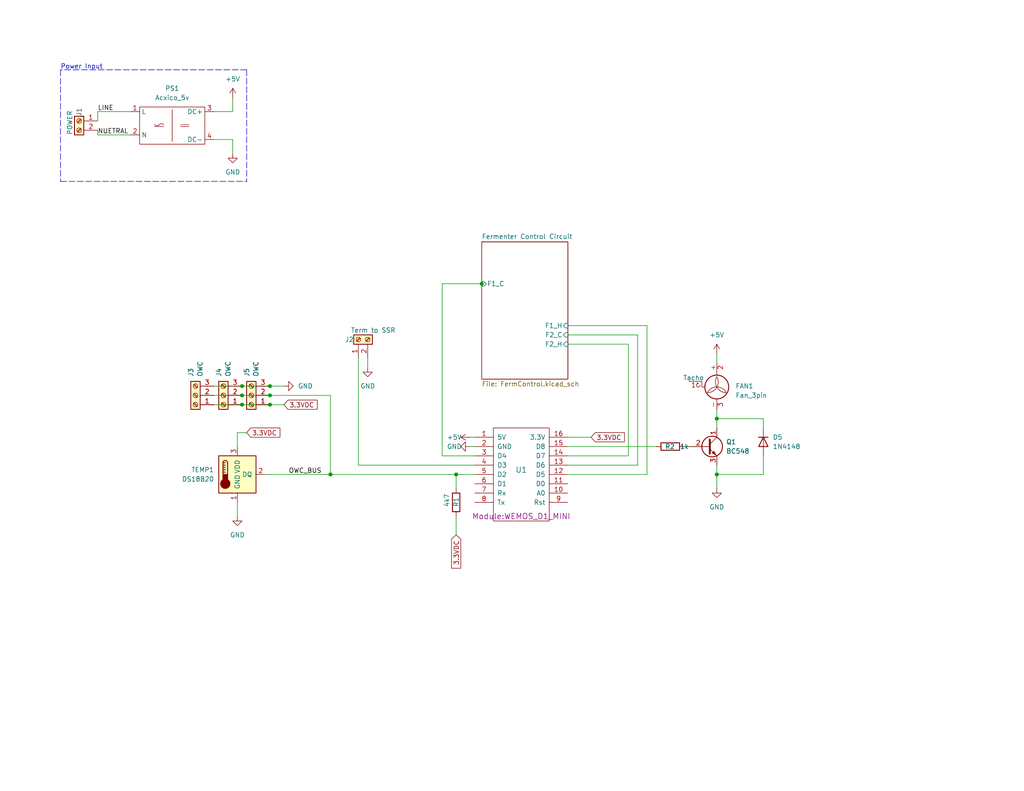
<source format=kicad_sch>
(kicad_sch (version 20211123) (generator eeschema)
  (paper "USLetter")
  (title_block (title "Glycol/Fermenter Control Circuit") (date "2023-01-31") (rev "1.0"))
  (lib_symbols
    (symbol "Connector:Screw_Terminal_01x02" (pin_names (offset 1.016) hide)
      (property "Reference" "J" (at 0 2.54 0))
      (property "Value" "Screw_Terminal_01x02" (at 0 -5.08 0))
      (symbol "Screw_Terminal_01x02_1_1"
        (rectangle (start -1.27 1.27) (end 1.27 -3.81) (stroke (width 0.254)) (fill (type background)))
        (circle (center 0 -2.54) (radius 0.635) (stroke (width 0.1524)))
        (polyline (pts (xy -0.5334 -2.2098) (xy 0.3302 -3.048)) (stroke (width 0.1524)))
        (polyline (pts (xy -0.5334 0.3302) (xy 0.3302 -0.508)) (stroke (width 0.1524)))
        (polyline (pts (xy -0.3556 -2.032) (xy 0.508 -2.8702)) (stroke (width 0.1524)))
        (polyline (pts (xy -0.3556 0.508) (xy 0.508 -0.3302)) (stroke (width 0.1524)))
        (circle (center 0 0) (radius 0.635) (stroke (width 0.1524)))
        (pin passive line (at -5.08 0 0) (length 3.81) (name "Pin_1") (number "1"))
        (pin passive line (at -5.08 -2.54 0) (length 3.81) (name "Pin_2") (number "2"))
      )
    )
    (symbol "Connector:Screw_Terminal_01x03" (pin_names (offset 1.016) hide)
      (property "Reference" "J" (at 0 5.08 0))
      (property "Value" "Screw_Terminal_01x03" (at 0 -5.08 0))
      (symbol "Screw_Terminal_01x03_1_1"
        (rectangle (start -1.27 3.81) (end 1.27 -3.81) (stroke (width 0.254)) (fill (type background)))
        (circle (center 0 -2.54) (radius 0.635) (stroke (width 0.1524)))
        (polyline (pts (xy -0.5334 -2.2098) (xy 0.3302 -3.048)) (stroke (width 0.1524)))
        (polyline (pts (xy -0.5334 0.3302) (xy 0.3302 -0.508)) (stroke (width 0.1524)))
        (polyline (pts (xy -0.5334 2.8702) (xy 0.3302 2.032)) (stroke (width 0.1524)))
        (polyline (pts (xy -0.3556 -2.032) (xy 0.508 -2.8702)) (stroke (width 0.1524)))
        (polyline (pts (xy -0.3556 0.508) (xy 0.508 -0.3302)) (stroke (width 0.1524)))
        (polyline (pts (xy -0.3556 3.048) (xy 0.508 2.2098)) (stroke (width 0.1524)))
        (circle (center 0 0) (radius 0.635) (stroke (width 0.1524)))
        (circle (center 0 2.54) (radius 0.635) (stroke (width 0.1524)))
        (pin passive line (at -5.08 2.54 0) (length 3.81) (name "Pin_1") (number "1"))
        (pin passive line (at -5.08 0 0) (length 3.81) (name "Pin_2") (number "2"))
        (pin passive line (at -5.08 -2.54 0) (length 3.81) (name "Pin_3") (number "3"))
      )
    )
    (symbol "Converter_ACDC:Acxico_5v"
      (property "Reference" "PS" (at 0 6.35 0))
      (property "Value" "Acxico_5v" (at 0 -6.35 0))
      (symbol "Acxico_5v_0_1"
        (rectangle (start -8.89 5.08) (end 8.89 -5.08))
        (arc (start -4.826 0.254) (mid -4.191 -0.0089) (end -3.556 0.254))
        (arc (start -2.286 0.254) (mid -2.921 0.516) (end -3.556 0.254))
        (polyline (pts (xy -4.826 -0.254) (xy -2.286 -0.254)))
        (polyline (pts (xy 0 4.318) (xy 0 -4.318)))
        (polyline (pts (xy 2.286 -0.254) (xy 4.572 -0.254)))
        (polyline (pts (xy 2.286 0.254) (xy 2.54 0.254)))
        (polyline (pts (xy 2.794 0.254) (xy 3.048 0.254)))
        (polyline (pts (xy 3.302 0.254) (xy 3.556 0.254)))
        (polyline (pts (xy 3.81 0.254) (xy 4.064 0.254)))
        (polyline (pts (xy 4.318 0.254) (xy 4.572 0.254)))
      )
      (symbol "Acxico_5v_1_1"
        (pin input line (at -11.43 3.81 0) (length 2.54) (name "L") (number "1"))
        (pin input line (at -11.43 -2.54 0) (length 2.54) (name "N") (number "2"))
        (pin output line (at 11.43 3.81 180) (length 2.54) (name "DC+") (number "3"))
        (pin output line (at 11.43 -3.81 180) (length 2.54) (name "DC-") (number "4"))
      )
    )
    (symbol "Device:R" (pin_numbers hide) (pin_names (offset 0))
      (property "Reference" "R" (at 2.032 0 90))
      (property "Value" "R" (at 0 0 90))
      (symbol "R_0_1"
        (rectangle (start -1.016 -2.54) (end 1.016 2.54) (stroke (width 0.254)))
      )
      (symbol "R_1_1"
        (pin passive line (at 0 3.81 270) (length 1.27) (name "~") (number "1"))
        (pin passive line (at 0 -3.81 90) (length 1.27) (name "~") (number "2"))
      )
    )
    (symbol "Diode:1N4148" (pin_numbers hide) (pin_names hide)
      (property "Reference" "D" (at 0 2.54 0))
      (property "Value" "1N4148" (at 0 -2.54 0))
      (symbol "1N4148_0_1"
        (polyline (pts (xy -1.27 1.27) (xy -1.27 -1.27)) (stroke (width 0.254)))
        (polyline (pts (xy 1.27 0) (xy -1.27 0)))
        (polyline (pts (xy 1.27 1.27) (xy 1.27 -1.27) (xy -1.27 0) (xy 1.27 1.27)) (stroke (width 0.254)))
      )
      (symbol "1N4148_1_1"
        (pin passive line (at -3.81 0 0) (length 2.54) (name "K") (number "1"))
        (pin passive line (at 3.81 0 180) (length 2.54) (name "A") (number "2"))
      )
    )
    (symbol "Glycol_Chiller-rescue:WeMos_mini-wemos_mini" (pin_names (offset 1.016))
      (property "Reference" "U" (at 0 12.7 0))
      (property "Value" "WeMos_mini-wemos_mini" (at 0 -12.7 0))
      (symbol "WeMos_mini-wemos_mini_0_1"
        (rectangle (start -7.62 11.43) (end 7.62 -13.97))
      )
      (symbol "WeMos_mini-wemos_mini_1_1"
        (pin power_in line (at -12.7 8.89 0) (length 5.08) (name "5V") (number "1"))
        (pin bidirectional line (at 12.7 -6.35 180) (length 5.08) (name "A0") (number "10"))
        (pin bidirectional line (at 12.7 -3.81 180) (length 5.08) (name "D0") (number "11"))
        (pin bidirectional line (at 12.7 -1.27 180) (length 5.08) (name "D5") (number "12"))
        (pin bidirectional line (at 12.7 1.27 180) (length 5.08) (name "D6") (number "13"))
        (pin bidirectional line (at 12.7 3.81 180) (length 5.08) (name "D7") (number "14"))
        (pin bidirectional line (at 12.7 6.35 180) (length 5.08) (name "D8") (number "15"))
        (pin power_out line (at 12.7 8.89 180) (length 5.08) (name "3.3V") (number "16"))
        (pin power_in line (at -12.7 6.35 0) (length 5.08) (name "GND") (number "2"))
        (pin bidirectional line (at -12.7 3.81 0) (length 5.08) (name "D4") (number "3"))
        (pin bidirectional line (at -12.7 1.27 0) (length 5.08) (name "D3") (number "4"))
        (pin bidirectional line (at -12.7 -1.27 0) (length 5.08) (name "D2") (number "5"))
        (pin bidirectional line (at -12.7 -3.81 0) (length 5.08) (name "D1") (number "6"))
        (pin bidirectional line (at -12.7 -6.35 0) (length 5.08) (name "Rx") (number "7"))
        (pin bidirectional line (at -12.7 -8.89 0) (length 5.08) (name "Tx") (number "8"))
        (pin bidirectional line (at 12.7 -8.89 180) (length 5.08) (name "Rst") (number "9"))
      )
    )
    (symbol "Motor:Fan_3pin" (pin_names (offset 0))
      (property "Reference" "M" (at 2.54 2.54 0))
      (property "Value" "Fan_3pin" (at 2.54 -5.08 0))
      (symbol "Fan_3pin_0_0"
        (arc (start -5.588 -1.016) (mid -5.08 -1.524) (end -4.572 -1.016))
        (arc (start -5.08 -0.508) (mid -5.4392 -0.6568) (end -5.588 -1.016))
        (polyline (pts (xy -5.08 -0.508) (xy -5.334 -0.381)))
        (polyline (pts (xy -5.08 -0.508) (xy -5.207 -0.762)))
        (polyline (pts (xy -4.064 0) (xy -4.064 -1.524) (xy -3.302 -1.524)))
      )
      (symbol "Fan_3pin_0_1"
        (arc (start -2.54 -3.048) (mid 0.0028 -1.6279) (end 0 1.27))
        (circle (center 0 -1.524) (radius 3.2512) (stroke (width 0.254)))
        (polyline (pts (xy -4.064 0) (xy -5.08 0)))
        (polyline (pts (xy 0 -7.62) (xy 0 -7.112)))
        (polyline (pts (xy 0 -4.7752) (xy 0 -5.1816)))
        (polyline (pts (xy 0 1.7272) (xy 0 2.0828)))
        (polyline (pts (xy 0 2.032) (xy 0 2.54)))
        (arc (start 0 1.27) (mid 0.053 -1.619) (end 2.54 -3.048))
        (arc (start 2.54 -3.048) (mid 0 -1.4782) (end -2.54 -3.048))
      )
      (symbol "Fan_3pin_1_1"
        (pin passive line (at -7.62 0 0) (length 2.54) (name "Tacho") (number "1"))
        (pin passive line (at 0 5.08 270) (length 2.54) (name "+") (number "2"))
        (pin passive line (at 0 -7.62 90) (length 2.54) (name "-") (number "3"))
      )
    )
    (symbol "Sensor_Temperature:DS18B20" (pin_names (offset 1.016))
      (property "Reference" "U" (at -3.81 6.35 0))
      (property "Value" "DS18B20" (at 6.35 6.35 0))
      (symbol "DS18B20_0_1"
        (rectangle (start -5.08 5.08) (end 5.08 -5.08) (stroke (width 0.254)) (fill (type background)))
        (circle (center -3.302 -2.54) (radius 1.27) (stroke (width 0.254)) (fill (type outline)))
        (rectangle (start -2.667 -1.905) (end -3.937 0) (stroke (width 0.254)) (fill (type outline)))
        (arc (start -2.667 3.175) (mid -3.302 3.81) (end -3.937 3.175) (stroke (width 0.254)))
        (polyline (pts (xy -3.937 0.635) (xy -3.302 0.635)) (stroke (width 0.254)))
        (polyline (pts (xy -3.937 1.27) (xy -3.302 1.27)) (stroke (width 0.254)))
        (polyline (pts (xy -3.937 1.905) (xy -3.302 1.905)) (stroke (width 0.254)))
        (polyline (pts (xy -3.937 2.54) (xy -3.302 2.54)) (stroke (width 0.254)))
        (polyline (pts (xy -3.937 3.175) (xy -3.937 0)) (stroke (width 0.254)))
        (polyline (pts (xy -3.937 3.175) (xy -3.302 3.175)) (stroke (width 0.254)))
        (polyline (pts (xy -2.667 3.175) (xy -2.667 0)) (stroke (width 0.254)))
      )
      (symbol "DS18B20_1_1"
        (pin power_in line (at 0 -7.62 90) (length 2.54) (name "GND") (number "1"))
        (pin bidirectional line (at 7.62 0 180) (length 2.54) (name "DQ") (number "2"))
        (pin power_in line (at 0 7.62 270) (length 2.54) (name "VDD") (number "3"))
      )
    )
    (symbol "Transistor_BJT:BC548" (pin_names (offset 0) hide)
      (property "Reference" "Q" (at 5.08 1.905 0))
      (property "Value" "BC548" (at 5.08 0 0))
      (symbol "BC548_0_1"
        (polyline (pts (xy 0 0) (xy 0.635 0)))
        (polyline (pts (xy 0.635 0.635) (xy 2.54 2.54)))
        (polyline (pts (xy 0.635 -0.635) (xy 2.54 -2.54) (xy 2.54 -2.54)))
        (polyline (pts (xy 0.635 1.905) (xy 0.635 -1.905) (xy 0.635 -1.905)) (stroke (width 0.508)))
        (polyline (pts (xy 1.27 -1.778) (xy 1.778 -1.27) (xy 2.286 -2.286) (xy 1.27 -1.778) (xy 1.27 -1.778)) (fill (type outline)))
        (circle (center 1.27 0) (radius 2.8194) (stroke (width 0.254)))
      )
      (symbol "BC548_1_1"
        (pin passive line (at 2.54 5.08 270) (length 2.54) (name "C") (number "1"))
        (pin input line (at -5.08 0 0) (length 5.08) (name "B") (number "2"))
        (pin passive line (at 2.54 -5.08 90) (length 2.54) (name "E") (number "3"))
      )
    )
    (symbol "power:+5V" (power) (pin_names (offset 0))
      (property "Value" "+5V" (at 0 3.556 0))
      (symbol "+5V_0_1"
        (polyline (pts (xy -0.762 1.27) (xy 0 2.54)))
        (polyline (pts (xy 0 0) (xy 0 2.54)))
        (polyline (pts (xy 0 2.54) (xy 0.762 1.27)))
      )
      (symbol "+5V_1_1"
        (pin power_in line (at 0 0 90) (length 0) hide (name "+5V") (number "1"))
      )
    )
    (symbol "power:GND" (power) (pin_names (offset 0))
      (property "Value" "GND" (at 0 -3.81 0))
      (symbol "GND_0_1"
        (polyline (pts (xy 0 0) (xy 0 -1.27) (xy 1.27 -1.27) (xy 0 -2.54) (xy -1.27 -1.27) (xy 0 -1.27)))
      )
      (symbol "GND_1_1"
        (pin power_in line (at 0 0 270) (length 0) hide (name "GND") (number "1"))
      )
    )
  )
  (junction (at 195.58 114.3))
  (junction (at 124.46 129.54))
  (junction (at 73.66 110.49))
  (junction (at 66.04 105.41))
  (junction (at 66.04 110.49))
  (junction (at 73.66 105.41))
  (junction (at 73.66 107.95))
  (junction (at 195.58 129.54))
  (junction (at 131.445 77.47))
  (junction (at 66.04 107.95))
  (junction (at 90.17 129.54))
  (wire (pts (xy 66.04 110.49) (xy 73.66 110.49)))
  (wire (pts (xy 72.39 129.54) (xy 90.17 129.54)))
  (wire (pts (xy 90.17 129.54) (xy 124.46 129.54)))
  (wire (pts (xy 97.79 97.79) (xy 97.79 127)))
  (wire (pts (xy 26.67 35.56) (xy 26.67 36.83)))
  (polyline (pts (xy 67.31 19.05) (xy 16.51 19.05)))
  (wire (pts (xy 173.99 91.44) (xy 154.94 91.44)))
  (wire (pts (xy 100.33 97.79) (xy 100.33 100.33)))
  (wire (pts (xy 154.94 88.9) (xy 176.53 88.9)))
  (wire (pts (xy 66.04 107.95) (xy 73.66 107.95)))
  (wire (pts (xy 26.67 36.83) (xy 35.56 36.83)))
  (polyline (pts (xy 67.31 19.05) (xy 67.31 49.53)))
  (wire (pts (xy 154.94 121.92) (xy 179.07 121.92)))
  (wire (pts (xy 154.94 127) (xy 173.99 127)))
  (wire (pts (xy 58.42 38.1) (xy 63.5 38.1)))
  (wire (pts (xy 128.27 121.92) (xy 129.54 121.92)))
  (wire (pts (xy 124.46 140.97) (xy 124.46 146.05)))
  (wire (pts (xy 195.58 114.3) (xy 195.58 116.84)))
  (wire (pts (xy 208.28 114.3) (xy 208.28 116.84)))
  (wire (pts (xy 97.79 127) (xy 129.54 127)))
  (wire (pts (xy 128.27 119.38) (xy 129.54 119.38)))
  (wire (pts (xy 195.58 96.52) (xy 195.58 99.06)))
  (wire (pts (xy 195.58 129.54) (xy 195.58 133.35)))
  (wire (pts (xy 124.46 129.54) (xy 129.54 129.54)))
  (wire (pts (xy 58.42 105.41) (xy 66.04 105.41)))
  (wire (pts (xy 171.45 124.46) (xy 171.45 93.98)))
  (wire (pts (xy 120.65 77.47) (xy 131.445 77.47)))
  (wire (pts (xy 64.77 121.92) (xy 64.77 118.11)))
  (wire (pts (xy 195.58 114.3) (xy 208.28 114.3)))
  (wire (pts (xy 73.66 105.41) (xy 77.47 105.41)))
  (wire (pts (xy 63.5 26.67) (xy 63.5 30.48)))
  (wire (pts (xy 66.04 105.41) (xy 73.66 105.41)))
  (wire (pts (xy 208.28 129.54) (xy 208.28 124.46)))
  (wire (pts (xy 173.99 127) (xy 173.99 91.44)))
  (wire (pts (xy 73.66 110.49) (xy 77.47 110.49)))
  (wire (pts (xy 26.67 33.02) (xy 26.67 30.48)))
  (wire (pts (xy 176.53 88.9) (xy 176.53 129.54)))
  (polyline (pts (xy 16.51 19.05) (xy 16.51 49.53)))
  (wire (pts (xy 154.94 93.98) (xy 171.45 93.98)))
  (wire (pts (xy 131.445 77.47) (xy 132.08 77.47)))
  (polyline (pts (xy 16.51 49.53) (xy 67.31 49.53)))
  (wire (pts (xy 63.5 38.1) (xy 63.5 41.91)))
  (wire (pts (xy 154.94 129.54) (xy 176.53 129.54)))
  (wire (pts (xy 90.17 107.95) (xy 90.17 129.54)))
  (wire (pts (xy 120.65 124.46) (xy 120.65 77.47)))
  (wire (pts (xy 154.94 119.38) (xy 161.29 119.38)))
  (wire (pts (xy 129.54 124.46) (xy 120.65 124.46)))
  (wire (pts (xy 26.67 30.48) (xy 35.56 30.48)))
  (wire (pts (xy 73.66 107.95) (xy 90.17 107.95)))
  (wire (pts (xy 154.94 124.46) (xy 171.45 124.46)))
  (wire (pts (xy 186.69 121.92) (xy 187.96 121.92)))
  (wire (pts (xy 195.58 111.76) (xy 195.58 114.3)))
  (wire (pts (xy 58.42 30.48) (xy 63.5 30.48)))
  (wire (pts (xy 195.58 127) (xy 195.58 129.54)))
  (wire (pts (xy 124.46 133.35) (xy 124.46 129.54)))
  (wire (pts (xy 58.42 110.49) (xy 66.04 110.49)))
  (wire (pts (xy 195.58 129.54) (xy 208.28 129.54)))
  (wire (pts (xy 64.77 137.16) (xy 64.77 140.97)))
  (wire (pts (xy 58.42 107.95) (xy 66.04 107.95)))
  (wire (pts (xy 64.77 118.11) (xy 67.31 118.11)))
  (text "Power Input" (at 16.51 19.05 0) (effects (font (size 1.27 1.27)) (justify left bottom)))
  (label "OWC_BUS" (at 78.74 129.54 0))
  (label "NUETRAL" (at 26.67 36.83 0))
  (label "LINE" (at 26.67 30.48 0))
  (global_label "3.3VDC" (shape input) (at 67.31 118.11 0) (property "Intersheet References" "${INTERSHEET_REFS}" (effects hide)))
  (global_label "3.3VDC" (shape input) (at 161.29 119.38 0) (property "Intersheet References" "${INTERSHEET_REFS}" (effects hide)))
  (global_label "3.3VDC" (shape input) (at 77.47 110.49 0) (property "Intersheet References" "${INTERSHEET_REFS}" (effects hide)))
  (global_label "3.3VDC" (shape input) (at 124.46 146.05 270) (property "Intersheet References" "${INTERSHEET_REFS}" (effects hide)))
  (symbol (lib_id "Glycol_Chiller-rescue:WeMos_mini-wemos_mini") (at 142.24 128.27 0) (unit 1)
    (property "Reference" "U1" (at 142.24 128.27 0) (effects (font (size 1.524 1.524))))
    (property "Value" "WeMos_mini" (effects hide))
    (property "Footprint" "Module:WEMOS_D1_MINI" (at 142.24 140.97 0) (effects (font (size 1.524 1.524))))
    (property "Datasheet" "http://www.wemos.cc/Products/d1_mini.html" (effects hide))
  )
  (symbol (lib_id "Connector:Screw_Terminal_01x02") (at 97.79 92.71 90) (unit 1)
    (property "Reference" "J2" (at 96.52 92.71 90) (effects (justify left)))
    (property "Value" "Term to SSR" (at 107.95 90.17 90) (effects (justify left)))
    (property "Footprint" "TerminalBlock:TerminalBlock_Altech_AK300-2_P5.00mm" (effects hide))
  )
  (symbol (lib_id "power:GND") (at 100.33 100.33 0) (unit 1)
    (property "Reference" "#PWR0105" (effects hide))
    (property "Value" "GND" (at 100.33 105.41 0))
  )
  (symbol (lib_id "Connector:Screw_Terminal_01x03") (at 68.58 107.95 180) (unit 1)
    (property "Reference" "J5" (at 67.3099 102.87 90) (effects (justify right)))
    (property "Value" "OWC" (at 69.8499 102.87 90) (effects (justify right)))
    (property "Footprint" "Connector_JST:JST_XH_B3B-XH-AM_1x03_P2.50mm_Vertical" (effects hide))
  )
  (symbol (lib_id "Connector:Screw_Terminal_01x02") (at 21.59 33.02 0) (mirror y) (unit 1)
    (property "Reference" "J1" (at 21.59 31.75 90) (effects (justify left)))
    (property "Value" "POWER" (at 19.05 36.83 90) (effects (justify left)))
    (property "Footprint" "TerminalBlock:TerminalBlock_Altech_AK300-2_P5.00mm" (effects hide))
  )
  (symbol (lib_id "Diode:1N4148") (at 208.28 120.65 270) (unit 1)
    (property "Reference" "D5" (at 210.82 119.3799 90) (effects (justify left)))
    (property "Value" "1N4148" (at 210.82 121.9199 90) (effects (justify left)))
    (property "Footprint" "Diode_SMD:D_SOD-323F" (effects hide))
    (property "Datasheet" "https://assets.nexperia.com/documents/data-sheet/1N4148_1N4448.pdf" (effects hide))
  )
  (symbol (lib_id "Device:R") (at 182.88 121.92 90) (unit 1)
    (property "Reference" "R2" (at 184.15 121.92 90) (effects (justify left)))
    (property "Value" "1k" (at 187.96 121.92 90) (effects (justify left)))
    (property "Footprint" "Resistor_THT:R_Axial_DIN0207_L6.3mm_D2.5mm_P7.62mm_Horizontal" (effects hide))
  )
  (symbol (lib_id "Device:R") (at 124.46 137.16 0) (unit 1)
    (property "Reference" "R1" (at 124.46 138.43 90) (effects (justify left)))
    (property "Value" "4k7" (at 121.92 138.43 90) (effects (justify left)))
    (property "Footprint" "Resistor_THT:R_Axial_DIN0207_L6.3mm_D2.5mm_P7.62mm_Horizontal" (effects hide))
  )
  (symbol (lib_id "Connector:Screw_Terminal_01x03") (at 60.96 107.95 180) (unit 1)
    (property "Reference" "J4" (at 59.6899 102.87 90) (effects (justify right)))
    (property "Value" "OWC" (at 62.2299 102.87 90) (effects (justify right)))
    (property "Footprint" "Connector_JST:JST_XH_B3B-XH-AM_1x03_P2.50mm_Vertical" (effects hide))
  )
  (symbol (lib_id "power:+5V") (at 195.58 96.52 0) (unit 1)
    (property "Reference" "#PWR0103" (effects hide))
    (property "Value" "+5V" (at 195.58 91.44 0))
  )
  (symbol (lib_id "Converter_ACDC:Acxico_5v") (at 46.99 34.29 0) (unit 1)
    (property "Reference" "PS1" (at 46.99 24.13 0))
    (property "Value" "Acxico_5v" (at 46.99 26.67 0))
    (property "Footprint" "Power:Acxico 5V 700mA Board Module Mini AC-DC 120V to 5V Power Supply" (effects hide))
  )
  (symbol (lib_id "power:GND") (at 64.77 140.97 0) (unit 1)
    (property "Reference" "#PWR0104" (effects hide))
    (property "Value" "GND" (at 64.77 146.05 0))
  )
  (symbol (lib_id "power:+5V") (at 63.5 26.67 0) (unit 1)
    (property "Reference" "#PWR0102" (effects hide))
    (property "Value" "+5V" (at 63.5 21.59 0))
  )
  (symbol (lib_id "Connector:Screw_Terminal_01x03") (at 53.34 107.95 180) (unit 1)
    (property "Reference" "J3" (at 52.0699 102.87 90) (effects (justify right)))
    (property "Value" "OWC" (at 54.6099 102.87 90) (effects (justify right)))
    (property "Footprint" "Connector_JST:JST_XH_B3B-XH-AM_1x03_P2.50mm_Vertical" (effects hide))
  )
  (symbol (lib_id "power:GND") (at 63.5 41.91 0) (unit 1)
    (property "Reference" "#PWR0101" (effects hide))
    (property "Value" "GND" (at 63.5 46.99 0))
  )
  (symbol (lib_id "power:GND") (at 195.58 133.35 0) (unit 1)
    (property "Reference" "#PWR0109" (effects hide))
    (property "Value" "GND" (at 195.58 138.43 0))
  )
  (symbol (lib_id "Sensor_Temperature:DS18B20") (at 64.77 129.54 0) (unit 1)
    (property "Reference" "TEMP1" (at 58.42 128.2699 0) (effects (justify right)))
    (property "Value" "DS18B20" (at 58.42 130.8099 0) (effects (justify right)))
    (property "Footprint" "Package_TO_SOT_THT:TO-92_Inline" (effects hide))
    (property "Datasheet" "http://datasheets.maximintegrated.com/en/ds/DS18B20.pdf" (effects hide))
  )
  (symbol (lib_id "power:GND") (at 128.27 121.92 270) (unit 1)
    (property "Reference" "#PWR0111" (effects hide))
    (property "Value" "GND" (at 121.92 121.92 90) (effects (justify left)))
  )
  (symbol (lib_id "power:GND") (at 77.47 105.41 90) (unit 1)
    (property "Reference" "#PWR0106" (effects hide))
    (property "Value" "GND" (at 81.28 105.4099 90) (effects (justify right)))
  )
  (symbol (lib_id "power:+5V") (at 128.27 119.38 90) (unit 1)
    (property "Reference" "#PWR0110" (effects hide))
    (property "Value" "+5V" (at 121.92 119.38 90) (effects (justify right)))
  )
  (symbol (lib_id "Motor:Fan_3pin") (at 195.58 104.14 0) (unit 1)
    (property "Reference" "FAN1" (at 200.66 105.4099 0) (effects (justify left)))
    (property "Value" "Fan_3pin" (at 200.66 107.9499 0) (effects (justify left)))
    (property "Footprint" "Connector_JST:JST_XH_B3B-XH-AM_1x03_P2.50mm_Vertical" (effects hide))
    (property "Datasheet" "https://www.amazon.com/Noctua-Cooling-Bearing-NF-A4X10-FLX-5V/dp/B00NEMGCIA" (effects hide))
  )
  (symbol (lib_id "Transistor_BJT:BC548") (at 193.04 121.92 0) (unit 1)
    (property "Reference" "Q1" (at 198.12 120.6499 0) (effects (justify left)))
    (property "Value" "BC548" (at 198.12 123.1899 0) (effects (justify left)))
    (property "Footprint" "Package_TO_SOT_THT:TO-92_Inline" (effects hide))
    (property "Datasheet" "https://www.onsemi.com/pub/Collateral/BC550-D.pdf" (effects hide))
  )
  (sheet (at 131.445 66.04) (size 23.495 37.465) (stroke (width 0.1524))
    (property "Sheet name" "Fermenter Control Circuit" (at 131.445 65.3284 0) (effects (justify left bottom)))
    (property "Sheet file" "FermControl.kicad_sch" (at 131.445 104.0896 0) (effects (justify left top)))
    (pin "F1_H" input (at 154.94 88.9 0))
    (pin "F2_H" input (at 154.94 93.98 0))
    (pin "F2_C" input (at 154.94 91.44 0))
    (pin "F1_C" input (at 131.445 77.47 180))
  )
)
</source>
